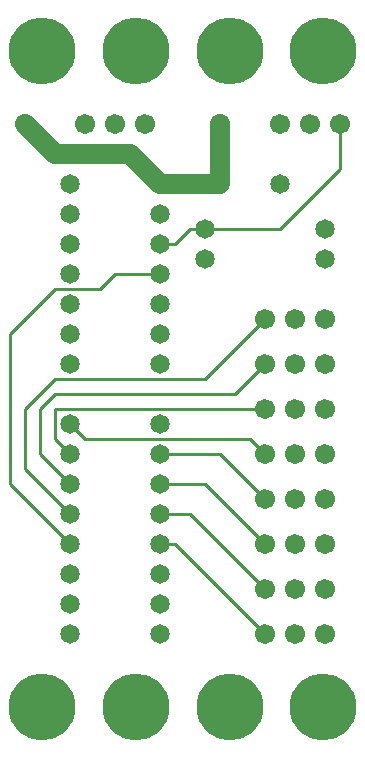
<source format=gbl>
%MOIN*%
%FSLAX25Y25*%
G04 D10 used for Character Trace; *
G04     Circle (OD=.01000) (No hole)*
G04 D11 used for Power Trace; *
G04     Circle (OD=.06700) (No hole)*
G04 D12 used for Signal Trace; *
G04     Circle (OD=.01100) (No hole)*
G04 D13 used for Via; *
G04     Circle (OD=.05800) (Round. Hole ID=.02800)*
G04 D14 used for Component hole; *
G04     Circle (OD=.06500) (Round. Hole ID=.03500)*
G04 D15 used for Component hole; *
G04     Circle (OD=.06700) (Round. Hole ID=.04300)*
G04 D16 used for Component hole; *
G04     Circle (OD=.08100) (Round. Hole ID=.05100)*
G04 D17 used for Component hole; *
G04     Circle (OD=.08900) (Round. Hole ID=.05900)*
G04 D18 used for Component hole; *
G04     Circle (OD=.11300) (Round. Hole ID=.08300)*
G04 D19 used for Component hole; *
G04     Circle (OD=.16000) (Round. Hole ID=.13000)*
G04 D20 used for Component hole; *
G04     Circle (OD=.18300) (Round. Hole ID=.15300)*
G04 D21 used for Component hole; *
G04     Circle (OD=.22291) (Round. Hole ID=.19291)*
%ADD10C,.01000*%
%ADD11C,.06700*%
%ADD12C,.01100*%
%ADD13C,.05800*%
%ADD14C,.06500*%
%ADD15C,.06700*%
%ADD16C,.08100*%
%ADD17C,.08900*%
%ADD18C,.11300*%
%ADD19C,.16000*%
%ADD20C,.18300*%
%ADD21C,.22291*%
%IPPOS*%
%LPD*%
G90*X0Y0D02*D21*X15625Y15625D03*D14*              
X25000Y40000D03*D21*X46875Y15625D03*D14*          
X25000Y50000D03*X55000Y40000D03*Y50000D03*        
Y60000D03*X25000D03*D12*X90000Y40000D02*          
X60000Y70000D01*D15*X90000Y40000D03*X100000D03*   
Y55000D03*X90000D03*D12*X65000Y80000D01*X55000D01*
D14*D03*Y90000D03*D12*X70000D01*X90000Y70000D01*  
D15*D03*X100000D03*Y85000D03*X90000D03*D12*       
X75000Y100000D01*X55000D01*D14*D03*Y110000D03*D12*
X20000Y125000D02*X70000D01*X10000Y115000D02*      
X20000Y125000D01*X10000Y95000D02*Y115000D01*      
X25000Y80000D02*X10000Y95000D01*D14*              
X25000Y80000D03*Y90000D03*D12*X15000Y100000D01*   
Y115000D01*X20000Y120000D01*X80000D01*            
X90000Y130000D01*D15*D03*X100000D03*Y145000D03*   
X90000D03*D12*X70000Y125000D01*D14*               
X55000Y140000D03*Y130000D03*D15*X90000Y115000D03* 
D12*X20000D01*Y105000D01*X25000Y100000D01*D14*D03*
D12*X30000Y105000D02*X85000D01*X90000Y100000D01*  
D15*D03*X100000D03*Y115000D03*X110000Y85000D03*   
Y100000D03*Y115000D03*D12*X55000Y70000D02*        
X60000D01*D14*X55000D03*X25000D03*D12*            
X5000Y90000D01*Y140000D01*X20000Y155000D01*       
X35000D01*X40000Y160000D01*X55000D01*D14*D03*D12* 
Y170000D02*X60000D01*D14*X55000D03*D12*X60000D02* 
X65000Y175000D01*X70000D01*D14*D03*D12*X95000D01* 
X115000Y195000D01*Y210000D01*D15*D03*X105000D03*  
D14*X95000Y190000D03*D15*Y210000D03*D21*          
X109375Y234375D03*X78125D03*D14*X110000Y175000D03*
D15*X75000Y210000D03*D11*Y190000D01*D14*D03*D11*  
X55000D01*D14*D03*D11*X45000Y200000D01*X20000D01* 
X10000Y210000D01*D15*D03*X30000D03*D14*           
X25000Y190000D03*D21*X15625Y234375D03*D15*        
X40000Y210000D03*D14*X25000Y180000D03*D21*        
X46875Y234375D03*D15*X50000Y210000D03*D14*        
X25000Y170000D03*X55000Y180000D03*                
X25000Y160000D03*X70000Y165000D03*                
X25000Y150000D03*X55000D03*X25000Y140000D03*      
Y130000D03*D15*X110000D03*Y145000D03*D14*         
Y165000D03*X25000Y110000D03*D12*X30000Y105000D01* 
D15*X110000Y40000D03*Y55000D03*Y70000D03*D21*     
X78125Y15625D03*X109375D03*M02*                   

</source>
